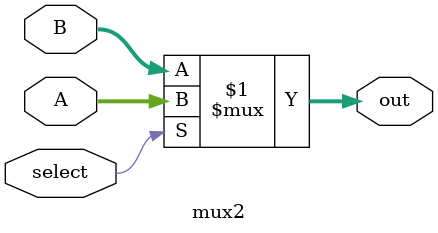
<source format=sv>
module mux2 (A, B, select, out);
	parameter N = 32;

	input logic 	[N-1:0] 	A, B;
	input logic					select;

	output logic	[N-1:0]		out;

	assign out = select ? A : B;

endmodule

</source>
